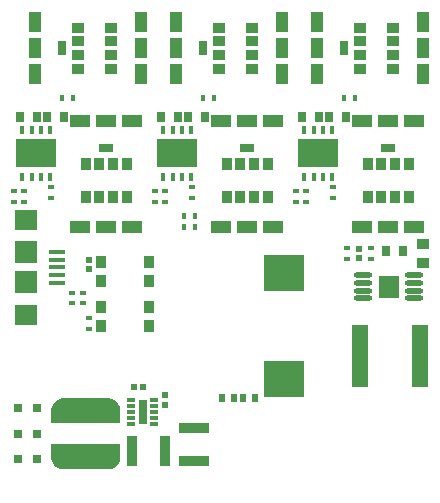
<source format=gtp>
G04 Layer_Color=8421504*
%FSAX25Y25*%
%MOIN*%
G70*
G01*
G75*
%ADD10R,0.01181X0.03150*%
%ADD11R,0.13307X0.09646*%
%ADD12R,0.02756X0.03543*%
%ADD13R,0.13780X0.12300*%
%ADD14R,0.06693X0.04331*%
%ADD15R,0.05118X0.02756*%
%ADD16R,0.03347X0.04331*%
%ADD17R,0.04331X0.06693*%
%ADD18R,0.04331X0.03347*%
%ADD19R,0.02756X0.05118*%
%ADD20R,0.07500X0.07500*%
%ADD21R,0.07500X0.07100*%
%ADD22R,0.05600X0.01400*%
%ADD23R,0.03543X0.03937*%
G04:AMPARAMS|DCode=24|XSize=82.68mil|YSize=228.35mil|CornerRadius=41.34mil|HoleSize=0mil|Usage=FLASHONLY|Rotation=270.000|XOffset=0mil|YOffset=0mil|HoleType=Round|Shape=RoundedRectangle|*
%AMROUNDEDRECTD24*
21,1,0.08268,0.14567,0,0,270.0*
21,1,0.00000,0.22835,0,0,270.0*
1,1,0.08268,-0.07284,0.00000*
1,1,0.08268,-0.07284,0.00000*
1,1,0.08268,0.07284,0.00000*
1,1,0.08268,0.07284,0.00000*
%
%ADD24ROUNDEDRECTD24*%
%ADD25R,0.02165X0.02559*%
%ADD26R,0.06811X0.07284*%
%ADD27O,0.06102X0.01772*%
%ADD28R,0.03150X0.08189*%
%ADD29R,0.02756X0.01181*%
%ADD30R,0.05315X0.20866*%
%ADD31R,0.03740X0.10236*%
%ADD32R,0.10236X0.03740*%
%ADD33R,0.03937X0.03543*%
%ADD34R,0.02047X0.02047*%
%ADD35R,0.02165X0.01772*%
%ADD36R,0.01772X0.02165*%
%ADD37R,0.02047X0.02047*%
%ADD38R,0.02756X0.03150*%
G36*
X0565617Y0240626D02*
X0565617Y0240626D01*
X0565617Y0240238D01*
X0565465Y0239477D01*
X0565168Y0238761D01*
X0564737Y0238116D01*
X0564189Y0237568D01*
X0563544Y0237137D01*
X0562828Y0236840D01*
X0562067Y0236689D01*
X0561679D01*
X0546719Y0236689D01*
X0546719Y0236689D01*
X0546331Y0236689D01*
X0545571Y0236840D01*
X0544854Y0237137D01*
X0544209Y0237568D01*
X0543661Y0238116D01*
X0543230Y0238761D01*
X0542933Y0239478D01*
X0542782Y0240238D01*
X0542782Y0240626D01*
X0542781Y0244957D01*
X0565616D01*
X0565617Y0240626D01*
D02*
G37*
G36*
X0561680Y0260311D02*
X0562067Y0260311D01*
X0562828Y0260159D01*
X0563544Y0259863D01*
X0564189Y0259432D01*
X0564737Y0258884D01*
X0565168Y0258239D01*
X0565465Y0257522D01*
X0565616Y0256762D01*
Y0256374D01*
X0565616Y0256374D01*
X0565616Y0252043D01*
X0542782D01*
X0542782Y0256374D01*
X0542782Y0256762D01*
X0542933Y0257522D01*
X0543230Y0258239D01*
X0543661Y0258884D01*
X0544209Y0259432D01*
X0544854Y0259863D01*
X0545570Y0260160D01*
X0546331Y0260311D01*
X0546719Y0260311D01*
X0546719Y0260311D01*
X0561680Y0260311D01*
D02*
G37*
D10*
X0542423Y0349776D02*
D03*
X0539274D02*
D03*
X0536124D02*
D03*
X0532975D02*
D03*
X0542423Y0334224D02*
D03*
X0539274D02*
D03*
X0536124D02*
D03*
X0532975D02*
D03*
X0579975D02*
D03*
X0583124D02*
D03*
X0586274D02*
D03*
X0589424D02*
D03*
X0579975Y0349776D02*
D03*
X0583124D02*
D03*
X0586274D02*
D03*
X0589424D02*
D03*
X0636423D02*
D03*
X0633274D02*
D03*
X0630124D02*
D03*
X0626975D02*
D03*
X0636423Y0334224D02*
D03*
X0633274D02*
D03*
X0630124D02*
D03*
X0626975D02*
D03*
D11*
X0537699Y0342000D02*
D03*
X0584699D02*
D03*
X0631699D02*
D03*
D12*
X0546955Y0354000D02*
D03*
X0541443D02*
D03*
X0659955Y0309500D02*
D03*
X0654443D02*
D03*
X0640955Y0354000D02*
D03*
X0635443D02*
D03*
X0593955D02*
D03*
X0588443D02*
D03*
X0537955Y0354000D02*
D03*
X0532443D02*
D03*
X0584955D02*
D03*
X0579443D02*
D03*
X0631955D02*
D03*
X0626443D02*
D03*
D13*
X0620349Y0266900D02*
D03*
Y0302100D02*
D03*
D14*
X0663661Y0352716D02*
D03*
X0655000D02*
D03*
X0646339D02*
D03*
Y0317284D02*
D03*
X0655000D02*
D03*
X0663661D02*
D03*
X0616661D02*
D03*
X0608000D02*
D03*
X0599339D02*
D03*
Y0352716D02*
D03*
X0608000D02*
D03*
X0616661D02*
D03*
X0569661D02*
D03*
X0561000D02*
D03*
X0552339D02*
D03*
Y0317284D02*
D03*
X0561000D02*
D03*
X0569661D02*
D03*
D15*
X0655000Y0343858D02*
D03*
X0608000D02*
D03*
X0561000D02*
D03*
D16*
X0648209Y0338347D02*
D03*
X0652736D02*
D03*
X0657264D02*
D03*
X0661791D02*
D03*
Y0327323D02*
D03*
X0657264D02*
D03*
X0652736D02*
D03*
X0648209D02*
D03*
X0601209D02*
D03*
X0605736D02*
D03*
X0610264D02*
D03*
X0614791D02*
D03*
Y0338347D02*
D03*
X0610264D02*
D03*
X0605736D02*
D03*
X0601209D02*
D03*
X0554209D02*
D03*
X0558736D02*
D03*
X0563264D02*
D03*
X0567791D02*
D03*
Y0327323D02*
D03*
X0563264D02*
D03*
X0558736D02*
D03*
X0554209D02*
D03*
D17*
X0666716Y0385661D02*
D03*
Y0377000D02*
D03*
Y0368339D02*
D03*
X0631284D02*
D03*
Y0377000D02*
D03*
Y0385661D02*
D03*
X0584283D02*
D03*
Y0377000D02*
D03*
Y0368339D02*
D03*
X0619717D02*
D03*
Y0377000D02*
D03*
Y0385661D02*
D03*
X0572717D02*
D03*
Y0377000D02*
D03*
Y0368339D02*
D03*
X0537284D02*
D03*
Y0377000D02*
D03*
Y0385661D02*
D03*
D18*
X0656677Y0370209D02*
D03*
Y0374736D02*
D03*
Y0379264D02*
D03*
Y0383791D02*
D03*
X0645653D02*
D03*
Y0379264D02*
D03*
Y0374736D02*
D03*
Y0370209D02*
D03*
X0598654D02*
D03*
Y0374736D02*
D03*
Y0379264D02*
D03*
Y0383791D02*
D03*
X0609677D02*
D03*
Y0379264D02*
D03*
Y0374736D02*
D03*
Y0370209D02*
D03*
X0562677D02*
D03*
Y0374736D02*
D03*
Y0379264D02*
D03*
Y0383791D02*
D03*
X0551653D02*
D03*
Y0379264D02*
D03*
Y0374736D02*
D03*
Y0370209D02*
D03*
D19*
X0640142Y0377000D02*
D03*
X0593142D02*
D03*
X0546142D02*
D03*
D20*
X0534199Y0299000D02*
D03*
Y0309000D02*
D03*
D21*
Y0288200D02*
D03*
Y0319748D02*
D03*
D22*
X0544699Y0301400D02*
D03*
Y0304000D02*
D03*
Y0306559D02*
D03*
Y0298800D02*
D03*
Y0309118D02*
D03*
D23*
X0575270Y0284350D02*
D03*
Y0290650D02*
D03*
X0559128Y0284350D02*
D03*
Y0290650D02*
D03*
Y0305650D02*
D03*
Y0299350D02*
D03*
X0575270Y0305650D02*
D03*
Y0299350D02*
D03*
D24*
X0554199Y0256177D02*
D03*
Y0240823D02*
D03*
D25*
X0606731Y0260500D02*
D03*
X0610668D02*
D03*
X0603668Y0260500D02*
D03*
X0599731D02*
D03*
D26*
X0655199Y0297500D02*
D03*
D27*
X0646636Y0301339D02*
D03*
Y0298780D02*
D03*
Y0296220D02*
D03*
Y0293661D02*
D03*
X0663762Y0301339D02*
D03*
Y0298780D02*
D03*
Y0296220D02*
D03*
Y0293661D02*
D03*
D28*
X0573199Y0255801D02*
D03*
D29*
X0577097Y0251864D02*
D03*
X0569302D02*
D03*
Y0253832D02*
D03*
Y0255801D02*
D03*
Y0257769D02*
D03*
Y0259738D02*
D03*
X0577097D02*
D03*
Y0257769D02*
D03*
Y0255801D02*
D03*
Y0253832D02*
D03*
D30*
X0665591Y0274500D02*
D03*
X0645709D02*
D03*
D31*
X0580711Y0242801D02*
D03*
X0569687D02*
D03*
D32*
X0590199Y0239500D02*
D03*
Y0250524D02*
D03*
D33*
X0666699Y0311799D02*
D03*
Y0305500D02*
D03*
D34*
X0555199Y0306575D02*
D03*
Y0303425D02*
D03*
X0580699Y0261376D02*
D03*
Y0258226D02*
D03*
X0645199Y0306925D02*
D03*
Y0310075D02*
D03*
D35*
X0624199Y0325728D02*
D03*
Y0329272D02*
D03*
X0577199Y0325728D02*
D03*
Y0329272D02*
D03*
X0530199Y0325728D02*
D03*
Y0329272D02*
D03*
X0627699Y0329272D02*
D03*
Y0325728D02*
D03*
X0580699Y0329272D02*
D03*
Y0325728D02*
D03*
X0533699Y0329272D02*
D03*
Y0325728D02*
D03*
X0553199Y0291957D02*
D03*
Y0295500D02*
D03*
X0549699Y0291957D02*
D03*
Y0295500D02*
D03*
X0555199Y0283457D02*
D03*
Y0287000D02*
D03*
X0542699Y0327228D02*
D03*
Y0330772D02*
D03*
X0589699Y0327228D02*
D03*
Y0330772D02*
D03*
X0636699Y0327228D02*
D03*
Y0330772D02*
D03*
X0641199Y0306728D02*
D03*
Y0310272D02*
D03*
X0649199Y0306728D02*
D03*
Y0310272D02*
D03*
D36*
X0549971Y0360500D02*
D03*
X0546427D02*
D03*
X0596971D02*
D03*
X0593428D02*
D03*
X0643971D02*
D03*
X0640427D02*
D03*
X0590471Y0321000D02*
D03*
X0586928D02*
D03*
X0586928Y0317500D02*
D03*
X0590471D02*
D03*
D37*
X0573274Y0264000D02*
D03*
X0570124D02*
D03*
D38*
X0537849Y0248500D02*
D03*
X0531550D02*
D03*
X0537849Y0240000D02*
D03*
X0531550D02*
D03*
X0537849Y0257000D02*
D03*
X0531550D02*
D03*
M02*

</source>
